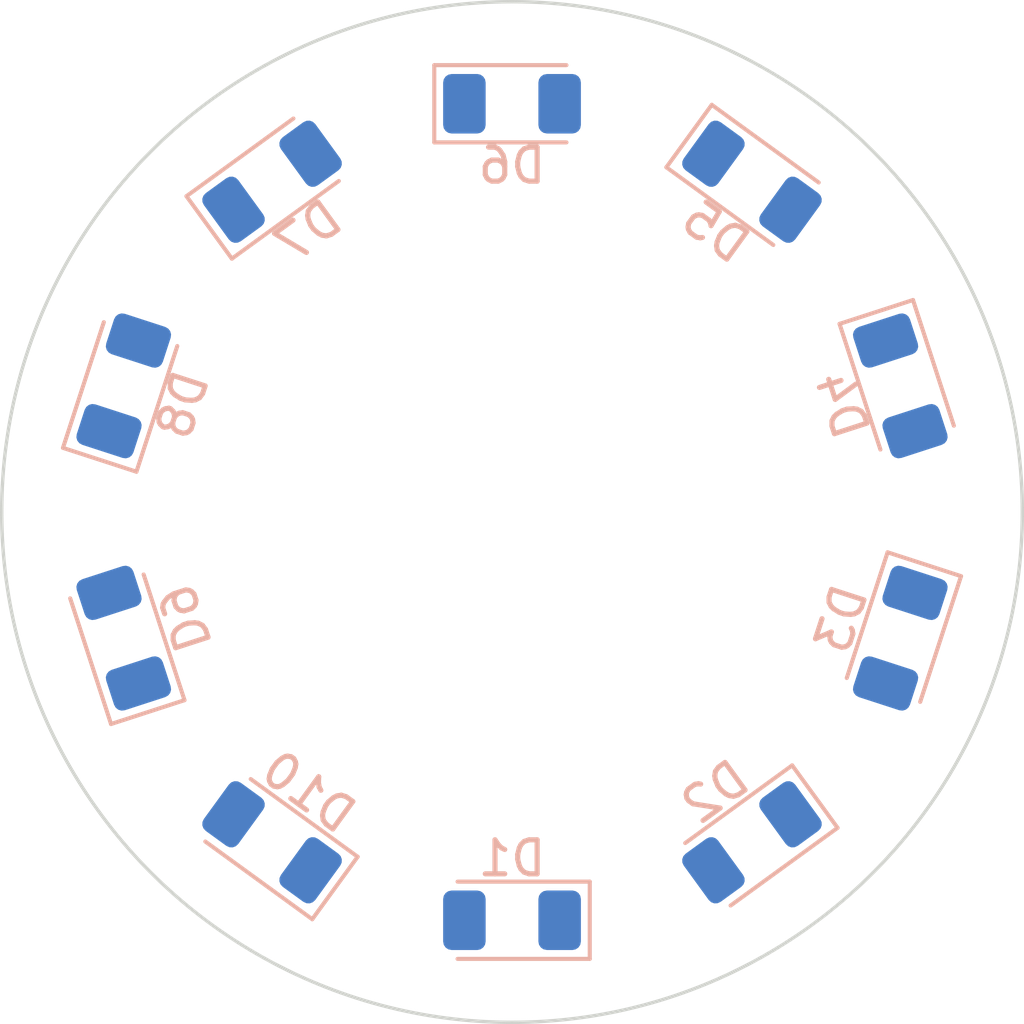
<source format=kicad_pcb>
(kicad_pcb (version 20221018) (generator pcbnew)
  (layers (0 "F.Cu" signal) (31 "B.Cu" signal) (34 "B.Paste" user) (35 "F.Paste" user) (36 "B.SilkS" user "B.Silkscreen") (37 "F.SilkS" user "F.Silkscreen") (38 "B.Mask" user) (39 "F.Mask" user) (44 "Edge.Cuts" user))
  (net 0 "")
  (net 1 "GND")
  (net 2 "VCC")
  (footprint "LED_SMD:LED_1206_3216Metric" (layer "B.Cu") (at 192.947 70.292 36)
    (fp_text reference "D7" (at 0 1.82 216) (layer "B.SilkS") (effects (justify mirror)))
    (fp_text value "LED")
    (fp_line (start -2.285 -1.135) (end 1.6 -1.135) (stroke (width 0.12)) (layer "B.SilkS"))
    (fp_line (start -2.285 1.135) (end -2.285 -1.135) (stroke (width 0.12)) (layer "B.SilkS"))
    (fp_line (start 1.6 1.135) (end -2.285 1.135) (stroke (width 0.12)) (layer "B.SilkS"))
    (pad "1" smd roundrect (at -1.4 0 36) (size 1.25 1.75) (layers "B.Cu" "B.Paste" "B.Mask") (roundrect_rratio 0.2) (net 1 "GND"))
    (pad "2" smd roundrect (at 1.4 0 36) (size 1.25 1.75) (layers "B.Cu" "B.Paste" "B.Mask") (roundrect_rratio 0.2) (net 2 "VCC"))
  )
  (footprint "LED_SMD:LED_1206_3216Metric" (layer "B.Cu") (at 200 92 180)
    (fp_text reference "D1" (at 0 1.82) (layer "B.SilkS") (effects (justify mirror)))
    (fp_text value "LED")
    (fp_line (start -2.285 -1.135) (end 1.6 -1.135) (stroke (width 0.12)) (layer "B.SilkS"))
    (fp_line (start -2.285 1.135) (end -2.285 -1.135) (stroke (width 0.12)) (layer "B.SilkS"))
    (fp_line (start 1.6 1.135) (end -2.285 1.135) (stroke (width 0.12)) (layer "B.SilkS"))
    (pad "1" smd roundrect (at -1.4 0 180) (size 1.25 1.75) (layers "B.Cu" "B.Paste" "B.Mask") (roundrect_rratio 0.2) (net 1 "GND"))
    (pad "2" smd roundrect (at 1.4 0 180) (size 1.25 1.75) (layers "B.Cu" "B.Paste" "B.Mask") (roundrect_rratio 0.2) (net 2 "VCC"))
  )
  (footprint "LED_SMD:LED_1206_3216Metric" (layer "B.Cu") (at 211.413 76.292 -72)
    (fp_text reference "D4" (at 0 1.82 108) (layer "B.SilkS") (effects (justify mirror)))
    (fp_text value "LED")
    (fp_line (start -2.285 -1.135) (end 1.6 -1.135) (stroke (width 0.12)) (layer "B.SilkS"))
    (fp_line (start -2.285 1.135) (end -2.285 -1.135) (stroke (width 0.12)) (layer "B.SilkS"))
    (fp_line (start 1.6 1.135) (end -2.285 1.135) (stroke (width 0.12)) (layer "B.SilkS"))
    (pad "1" smd roundrect (at -1.4 0 288) (size 1.25 1.75) (layers "B.Cu" "B.Paste" "B.Mask") (roundrect_rratio 0.2) (net 1 "GND"))
    (pad "2" smd roundrect (at 1.4 0 288) (size 1.25 1.75) (layers "B.Cu" "B.Paste" "B.Mask") (roundrect_rratio 0.2) (net 2 "VCC"))
  )
  (footprint "LED_SMD:LED_1206_3216Metric" (layer "B.Cu") (at 200 68)
    (fp_text reference "D6" (at 0 1.82 180) (layer "B.SilkS") (effects (justify mirror)))
    (fp_text value "LED")
    (fp_line (start -2.285 -1.135) (end 1.6 -1.135) (stroke (width 0.12)) (layer "B.SilkS"))
    (fp_line (start -2.285 1.135) (end -2.285 -1.135) (stroke (width 0.12)) (layer "B.SilkS"))
    (fp_line (start 1.6 1.135) (end -2.285 1.135) (stroke (width 0.12)) (layer "B.SilkS"))
    (pad "1" smd roundrect (at -1.4 0) (size 1.25 1.75) (layers "B.Cu" "B.Paste" "B.Mask") (roundrect_rratio 0.2) (net 1 "GND"))
    (pad "2" smd roundrect (at 1.4 0) (size 1.25 1.75) (layers "B.Cu" "B.Paste" "B.Mask") (roundrect_rratio 0.2) (net 2 "VCC"))
  )
  (footprint "LED_SMD:LED_1206_3216Metric" (layer "B.Cu") (at 192.947 89.708 144)
    (fp_text reference "D10" (at 0 1.82 324) (layer "B.SilkS") (effects (justify mirror)))
    (fp_text value "LED")
    (fp_line (start -2.285 -1.135) (end 1.6 -1.135) (stroke (width 0.12)) (layer "B.SilkS"))
    (fp_line (start -2.285 1.135) (end -2.285 -1.135) (stroke (width 0.12)) (layer "B.SilkS"))
    (fp_line (start 1.6 1.135) (end -2.285 1.135) (stroke (width 0.12)) (layer "B.SilkS"))
    (pad "1" smd roundrect (at -1.4 0 144) (size 1.25 1.75) (layers "B.Cu" "B.Paste" "B.Mask") (roundrect_rratio 0.2) (net 1 "GND"))
    (pad "2" smd roundrect (at 1.4 0 144) (size 1.25 1.75) (layers "B.Cu" "B.Paste" "B.Mask") (roundrect_rratio 0.2) (net 2 "VCC"))
  )
  (footprint "LED_SMD:LED_1206_3216Metric" (layer "B.Cu") (at 188.587 83.708 108)
    (fp_text reference "D9" (at 0 1.82 288) (layer "B.SilkS") (effects (justify mirror)))
    (fp_text value "LED")
    (fp_line (start -2.285 -1.135) (end 1.6 -1.135) (stroke (width 0.12)) (layer "B.SilkS"))
    (fp_line (start -2.285 1.135) (end -2.285 -1.135) (stroke (width 0.12)) (layer "B.SilkS"))
    (fp_line (start 1.6 1.135) (end -2.285 1.135) (stroke (width 0.12)) (layer "B.SilkS"))
    (pad "1" smd roundrect (at -1.4 0 108) (size 1.25 1.75) (layers "B.Cu" "B.Paste" "B.Mask") (roundrect_rratio 0.2) (net 1 "GND"))
    (pad "2" smd roundrect (at 1.4 0 108) (size 1.25 1.75) (layers "B.Cu" "B.Paste" "B.Mask") (roundrect_rratio 0.2) (net 2 "VCC"))
  )
  (footprint "LED_SMD:LED_1206_3216Metric" (layer "B.Cu") (at 188.587 76.292 72)
    (fp_text reference "D8" (at 0 1.82 252) (layer "B.SilkS") (effects (justify mirror)))
    (fp_text value "LED")
    (fp_line (start -2.285 -1.135) (end 1.6 -1.135) (stroke (width 0.12)) (layer "B.SilkS"))
    (fp_line (start -2.285 1.135) (end -2.285 -1.135) (stroke (width 0.12)) (layer "B.SilkS"))
    (fp_line (start 1.6 1.135) (end -2.285 1.135) (stroke (width 0.12)) (layer "B.SilkS"))
    (pad "1" smd roundrect (at -1.4 0 72) (size 1.25 1.75) (layers "B.Cu" "B.Paste" "B.Mask") (roundrect_rratio 0.2) (net 1 "GND"))
    (pad "2" smd roundrect (at 1.4 0 72) (size 1.25 1.75) (layers "B.Cu" "B.Paste" "B.Mask") (roundrect_rratio 0.2) (net 2 "VCC"))
  )
  (footprint "LED_SMD:LED_1206_3216Metric" (layer "B.Cu") (at 207.053 89.708 -144)
    (fp_text reference "D2" (at 0 1.82 36) (layer "B.SilkS") (effects (justify mirror)))
    (fp_text value "LED")
    (fp_line (start -2.285 -1.135) (end 1.6 -1.135) (stroke (width 0.12)) (layer "B.SilkS"))
    (fp_line (start -2.285 1.135) (end -2.285 -1.135) (stroke (width 0.12)) (layer "B.SilkS"))
    (fp_line (start 1.6 1.135) (end -2.285 1.135) (stroke (width 0.12)) (layer "B.SilkS"))
    (pad "1" smd roundrect (at -1.4 0 216) (size 1.25 1.75) (layers "B.Cu" "B.Paste" "B.Mask") (roundrect_rratio 0.2) (net 1 "GND"))
    (pad "2" smd roundrect (at 1.4 0 216) (size 1.25 1.75) (layers "B.Cu" "B.Paste" "B.Mask") (roundrect_rratio 0.2) (net 2 "VCC"))
  )
  (footprint "LED_SMD:LED_1206_3216Metric" (layer "B.Cu") (at 211.413 83.708 -108)
    (fp_text reference "D3" (at 0 1.82 72) (layer "B.SilkS") (effects (justify mirror)))
    (fp_text value "LED")
    (fp_line (start -2.285 -1.135) (end 1.6 -1.135) (stroke (width 0.12)) (layer "B.SilkS"))
    (fp_line (start -2.285 1.135) (end -2.285 -1.135) (stroke (width 0.12)) (layer "B.SilkS"))
    (fp_line (start 1.6 1.135) (end -2.285 1.135) (stroke (width 0.12)) (layer "B.SilkS"))
    (pad "1" smd roundrect (at -1.4 0 252) (size 1.25 1.75) (layers "B.Cu" "B.Paste" "B.Mask") (roundrect_rratio 0.2) (net 1 "GND"))
    (pad "2" smd roundrect (at 1.4 0 252) (size 1.25 1.75) (layers "B.Cu" "B.Paste" "B.Mask") (roundrect_rratio 0.2) (net 2 "VCC"))
  )
  (footprint "LED_SMD:LED_1206_3216Metric" (layer "B.Cu") (at 207.053 70.292 -36)
    (fp_text reference "D5" (at 0 1.82 144) (layer "B.SilkS") (effects (justify mirror)))
    (fp_text value "LED")
    (fp_line (start -2.285 -1.135) (end 1.6 -1.135) (stroke (width 0.12)) (layer "B.SilkS"))
    (fp_line (start -2.285 1.135) (end -2.285 -1.135) (stroke (width 0.12)) (layer "B.SilkS"))
    (fp_line (start 1.6 1.135) (end -2.285 1.135) (stroke (width 0.12)) (layer "B.SilkS"))
    (pad "1" smd roundrect (at -1.4 0 324) (size 1.25 1.75) (layers "B.Cu" "B.Paste" "B.Mask") (roundrect_rratio 0.2) (net 1 "GND"))
    (pad "2" smd roundrect (at 1.4 0 324) (size 1.25 1.75) (layers "B.Cu" "B.Paste" "B.Mask") (roundrect_rratio 0.2) (net 2 "VCC"))
  )
  (gr_circle (center 200 80) (end 215 80) (stroke (width 0.1)) (fill none) (layer "Edge.Cuts"))
)
</source>
